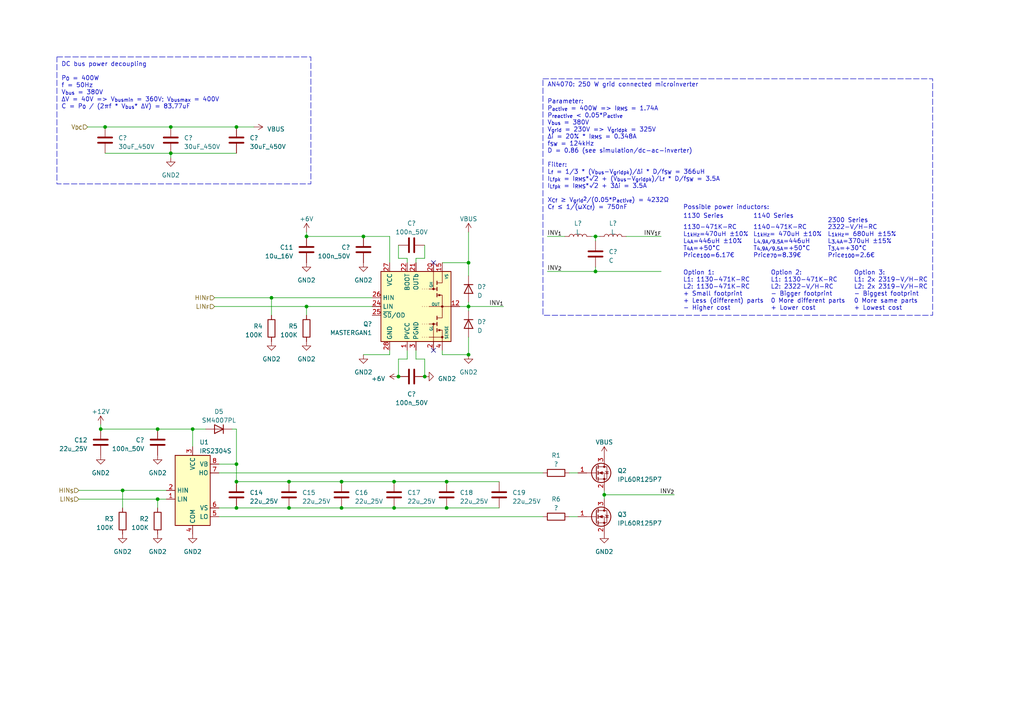
<source format=kicad_sch>
(kicad_sch (version 20230121) (generator eeschema)
  (paper "A4")
  (lib_symbols
    (symbol "Device:C" (pin_numbers hide) (pin_names (offset 0.254))
      (property "Reference" "C" (at 0.635 2.54 0))
      (property "Value" "C" (at 0.635 -2.54 0))
      (symbol "C_0_1"
        (polyline (pts (xy -2.032 -0.762) (xy 2.032 -0.762)) (stroke (width 0.508)))
        (polyline (pts (xy -2.032 0.762) (xy 2.032 0.762)) (stroke (width 0.508)))
      )
      (symbol "C_1_1"
        (pin passive line (at 0 3.81 270) (length 2.794) (name "~") (number "1"))
        (pin passive line (at 0 -3.81 90) (length 2.794) (name "~") (number "2"))
      )
    )
    (symbol "Device:D" (pin_numbers hide) (pin_names (offset 1.016) hide)
      (property "Reference" "D" (at 0 2.54 0))
      (property "Value" "D" (at 0 -2.54 0))
      (symbol "D_0_1"
        (polyline (pts (xy -1.27 1.27) (xy -1.27 -1.27)) (stroke (width 0.254)))
        (polyline (pts (xy 1.27 0) (xy -1.27 0)))
        (polyline (pts (xy 1.27 1.27) (xy 1.27 -1.27) (xy -1.27 0) (xy 1.27 1.27)) (stroke (width 0.254)))
      )
      (symbol "D_1_1"
        (pin passive line (at -3.81 0 0) (length 2.54) (name "K") (number "1"))
        (pin passive line (at 3.81 0 180) (length 2.54) (name "A") (number "2"))
      )
    )
    (symbol "Device:L" (pin_numbers hide) (pin_names (offset 1.016) hide)
      (property "Reference" "L" (at -1.27 0 90))
      (property "Value" "L" (at 1.905 0 90))
      (symbol "L_0_1"
        (arc (start 0 -2.54) (mid 0.6323 -1.905) (end 0 -1.27))
        (arc (start 0 -1.27) (mid 0.6323 -0.635) (end 0 0))
        (arc (start 0 0) (mid 0.6323 0.635) (end 0 1.27))
        (arc (start 0 1.27) (mid 0.6323 1.905) (end 0 2.54))
      )
      (symbol "L_1_1"
        (pin passive line (at 0 3.81 270) (length 1.27) (name "1") (number "1"))
        (pin passive line (at 0 -3.81 90) (length 1.27) (name "2") (number "2"))
      )
    )
    (symbol "_C_0603:100n_50V" (pin_numbers hide) (pin_names (offset 0.254))
      (property "Reference" "C" (at 0.635 2.54 0))
      (property "Value" "100n_50V" (at 0.635 -2.54 0))
      (symbol "100n_50V_0_1"
        (polyline (pts (xy -2.032 -0.762) (xy 2.032 -0.762)) (stroke (width 0.508)))
        (polyline (pts (xy -2.032 0.762) (xy 2.032 0.762)) (stroke (width 0.508)))
      )
      (symbol "100n_50V_1_1"
        (pin passive line (at 0 3.81 270) (length 2.794) (name "~") (number "1"))
        (pin passive line (at 0 -3.81 90) (length 2.794) (name "~") (number "2"))
      )
    )
    (symbol "_C_0805:10u_16V" (pin_numbers hide) (pin_names (offset 0.254))
      (property "Reference" "C" (at 0.635 2.54 0))
      (property "Value" "10u_16V" (at 0.635 -2.54 0))
      (symbol "10u_16V_0_1"
        (polyline (pts (xy -2.032 -0.762) (xy 2.032 -0.762)) (stroke (width 0.508)))
        (polyline (pts (xy -2.032 0.762) (xy 2.032 0.762)) (stroke (width 0.508)))
      )
      (symbol "10u_16V_1_1"
        (pin passive line (at 0 3.81 270) (length 2.794) (name "~") (number "1"))
        (pin passive line (at 0 -3.81 90) (length 2.794) (name "~") (number "2"))
      )
    )
    (symbol "_C_0805:22u_25V" (pin_numbers hide) (pin_names (offset 0.254))
      (property "Reference" "C" (at 0.635 2.54 0))
      (property "Value" "22u_25V" (at 0.635 -2.54 0))
      (symbol "22u_25V_0_1"
        (polyline (pts (xy -2.032 -0.762) (xy 2.032 -0.762)) (stroke (width 0.508)))
        (polyline (pts (xy -2.032 0.762) (xy 2.032 0.762)) (stroke (width 0.508)))
      )
      (symbol "22u_25V_1_1"
        (pin passive line (at 0 3.81 270) (length 2.794) (name "~") (number "1"))
        (pin passive line (at 0 -3.81 90) (length 2.794) (name "~") (number "2"))
      )
    )
    (symbol "_C_Film:30uF_450V" (pin_numbers hide) (pin_names (offset 0.254))
      (property "Reference" "C" (at 0.635 2.54 0))
      (property "Value" "30uF_450V" (at 0.635 -2.54 0))
      (symbol "30uF_450V_0_1"
        (polyline (pts (xy -2.032 -0.762) (xy 2.032 -0.762)) (stroke (width 0.508)))
        (polyline (pts (xy -2.032 0.762) (xy 2.032 0.762)) (stroke (width 0.508)))
      )
      (symbol "30uF_450V_1_1"
        (pin passive line (at 0 3.81 270) (length 2.794) (name "~") (number "1"))
        (pin passive line (at 0 -3.81 90) (length 2.794) (name "~") (number "2"))
      )
    )
    (symbol "_Diode:SM4007PL" (pin_numbers hide) (pin_names (offset 1.016) hide)
      (property "Reference" "D" (at 0 2.54 0))
      (property "Value" "SM4007PL" (at 0 -2.54 0))
      (symbol "SM4007PL_0_1"
        (polyline (pts (xy -1.27 1.27) (xy -1.27 -1.27)) (stroke (width 0.254)))
        (polyline (pts (xy 1.27 0) (xy -1.27 0)))
        (polyline (pts (xy 1.27 1.27) (xy 1.27 -1.27) (xy -1.27 0) (xy 1.27 1.27)) (stroke (width 0.254)))
      )
      (symbol "SM4007PL_1_1"
        (pin passive line (at -3.81 0 0) (length 2.54) (name "K") (number "1"))
        (pin passive line (at 3.81 0 180) (length 2.54) (name "A") (number "2"))
      )
    )
    (symbol "_Driver_FET:IRS2304S"
      (property "Reference" "U" (at 1.27 13.335 0))
      (property "Value" "IRS2304S" (at 1.27 11.43 0))
      (symbol "IRS2304S_0_1"
        (rectangle (start -5.08 -10.16) (end 5.08 10.16) (stroke (width 0.254)) (fill (type background)))
      )
      (symbol "IRS2304S_1_1"
        (pin input line (at -7.62 -2.54 0) (length 2.54) (name "LIN") (number "1"))
        (pin input line (at -7.62 0 0) (length 2.54) (name "HIN") (number "2"))
        (pin power_in line (at 0 12.7 270) (length 2.54) (name "VCC") (number "3"))
        (pin power_in line (at 0 -12.7 90) (length 2.54) (name "COM") (number "4"))
        (pin output line (at 7.62 -7.62 180) (length 2.54) (name "LO") (number "5"))
        (pin passive line (at 7.62 -5.08 180) (length 2.54) (name "VS") (number "6"))
        (pin output line (at 7.62 5.08 180) (length 2.54) (name "HO") (number "7"))
        (pin passive line (at 7.62 7.62 180) (length 2.54) (name "VB") (number "8"))
      )
    )
    (symbol "_R_0603:100K" (pin_numbers hide) (pin_names (offset 0))
      (property "Reference" "R" (at 2.032 0 90))
      (property "Value" "100K" (at 0 0 90))
      (symbol "100K_0_1"
        (rectangle (start -1.016 -2.54) (end 1.016 2.54) (stroke (width 0.254)))
      )
      (symbol "100K_1_1"
        (pin passive line (at 0 3.81 270) (length 1.27) (name "~") (number "1"))
        (pin passive line (at 0 -3.81 90) (length 1.27) (name "~") (number "2"))
      )
    )
    (symbol "_R_0603:?" (pin_numbers hide) (pin_names (offset 0))
      (property "Reference" "R" (at 2.032 0 90))
      (property "Value" "?" (at 0 0 90))
      (symbol "?_0_1"
        (rectangle (start -1.016 -2.54) (end 1.016 2.54) (stroke (width 0.254)))
      )
      (symbol "?_1_1"
        (pin passive line (at 0 3.81 270) (length 1.27) (name "~") (number "1"))
        (pin passive line (at 0 -3.81 90) (length 1.27) (name "~") (number "2"))
      )
    )
    (symbol "_Transistor_FET:IPL60R125P7" (pin_names (offset 0) hide)
      (property "Reference" "Q" (at 5.08 1.27 0))
      (property "Value" "IPL60R125P7" (at 5.08 -1.27 0))
      (symbol "IPL60R125P7_0_1"
        (polyline (pts (xy 0.254 0) (xy -2.54 0)))
        (polyline (pts (xy 0.254 1.905) (xy 0.254 -1.905)) (stroke (width 0.254)))
        (polyline (pts (xy 0.762 -1.27) (xy 0.762 -2.286)) (stroke (width 0.254)))
        (polyline (pts (xy 0.762 0.508) (xy 0.762 -0.508)) (stroke (width 0.254)))
        (polyline (pts (xy 0.762 2.286) (xy 0.762 1.27)) (stroke (width 0.254)))
        (polyline (pts (xy 2.54 2.54) (xy 2.54 1.778)))
        (polyline (pts (xy 2.54 -2.54) (xy 2.54 0) (xy 0.762 0)))
        (polyline (pts (xy 0.762 -1.778) (xy 3.302 -1.778) (xy 3.302 1.778) (xy 0.762 1.778)))
        (polyline (pts (xy 1.016 0) (xy 2.032 0.381) (xy 2.032 -0.381) (xy 1.016 0)) (fill (type outline)))
        (polyline (pts (xy 2.794 0.508) (xy 2.921 0.381) (xy 3.683 0.381) (xy 3.81 0.254)))
        (polyline (pts (xy 3.302 0.381) (xy 2.921 -0.254) (xy 3.683 -0.254) (xy 3.302 0.381)))
        (circle (center 1.651 0) (radius 2.794) (stroke (width 0.254)))
        (circle (center 2.54 -1.778) (radius 0.254) (fill (type outline)))
        (circle (center 2.54 1.778) (radius 0.254) (fill (type outline)))
      )
      (symbol "IPL60R125P7_1_1"
        (pin input line (at -5.08 0 0) (length 2.54) (name "G") (number "1"))
        (pin passive line (at 2.54 -5.08 90) (length 2.54) (name "S") (number "2"))
        (pin passive line (at 2.54 5.08 270) (length 2.54) (name "D") (number "3"))
      )
    )
    (symbol "_Transistor_FET:MASTERGAN1"
      (property "Reference" "Q" (at -12.7 -5.08 0))
      (property "Value" "MASTERGAN1" (at -12.7 -7.62 0))
      (symbol "MASTERGAN1_0_1"
        (rectangle (start -10.16 10.16) (end 10.16 -10.16) (stroke (width 0.254)) (fill (type background)))
        (polyline (pts (xy 3.81 -5.08) (xy 6.096 -5.08)))
        (polyline (pts (xy 3.81 5.08) (xy 6.096 5.08)))
        (polyline (pts (xy 6.096 -6.35) (xy 6.096 -7.366)) (stroke (width 0.254)))
        (polyline (pts (xy 6.096 -4.572) (xy 6.096 -5.588)) (stroke (width 0.254)))
        (polyline (pts (xy 6.096 -2.794) (xy 6.096 -3.81)) (stroke (width 0.254)))
        (polyline (pts (xy 6.096 3.81) (xy 6.096 2.794)) (stroke (width 0.254)))
        (polyline (pts (xy 6.096 5.588) (xy 6.096 4.572)) (stroke (width 0.254)))
        (polyline (pts (xy 6.096 7.366) (xy 6.096 6.35)) (stroke (width 0.254)))
        (polyline (pts (xy 6.223 -6.858) (xy 7.62 -6.858)))
        (polyline (pts (xy 7.62 -8.89) (xy 3.81 -8.89)))
        (polyline (pts (xy 7.62 0) (xy 3.81 0)))
        (polyline (pts (xy 10.16 0) (xy 7.62 0)))
        (polyline (pts (xy 6.096 6.858) (xy 7.62 6.858) (xy 7.62 10.16)))
        (polyline (pts (xy 6.096 3.302) (xy 7.62 3.302) (xy 7.62 -3.302) (xy 6.096 -3.302)))
        (polyline (pts (xy 7.239 -6.858) (xy 6.604 -7.112) (xy 6.604 -6.604) (xy 7.239 -6.858)) (fill (type outline)))
        (polyline (pts (xy 7.239 3.302) (xy 6.604 3.048) (xy 6.604 3.556) (xy 7.239 3.302)) (fill (type outline)))
        (circle (center 5.08 -5.08) (radius 0.2794) (fill (type outline)))
        (circle (center 5.08 5.08) (radius 0.2794) (fill (type outline)))
        (circle (center 7.62 -8.89) (radius 0.2794) (fill (type outline)))
        (circle (center 7.62 0) (radius 0.2794) (fill (type outline)))
      )
      (symbol "MASTERGAN1_1_1"
        (polyline (pts (xy 3.81 -8.89) (xy 1.27 -8.89)) (stroke (width 0) (type dot)))
        (polyline (pts (xy 3.81 -5.08) (xy 1.27 -5.08)) (stroke (width 0) (type dot)))
        (polyline (pts (xy 3.81 0) (xy 1.27 0)) (stroke (width 0) (type dot)))
        (polyline (pts (xy 3.81 5.08) (xy 1.27 5.08)) (stroke (width 0) (type dot)))
        (polyline (pts (xy 5.08 -5.08) (xy 5.08 -10.16)))
        (polyline (pts (xy 5.08 10.16) (xy 5.08 5.08)))
        (polyline (pts (xy 7.62 -10.16) (xy 7.62 -6.858)))
        (text "GH" (at 4.445 6.35 900) (effects (font (size 0.8 0.8))))
        (text "GL" (at 4.445 -6.35 900) (effects (font (size 0.8 0.8))))
        (text "OUT" (at 5.715 0.635 0) (effects (font (size 0.8 0.8))))
        (text "SENSE" (at 8.89 -9.525 900) (effects (font (size 0.8 0.8)) (justify left)))
        (text "VS" (at 8.89 9.525 900) (effects (font (size 0.8 0.8)) (justify right)))
        (pin power_in line (at -2.54 -12.7 90) (length 2.54) (name "PVCC") (number "1"))
        (pin passive line (at 7.62 -12.7 90) (length 2.54) hide (name "SENSE") (number "10"))
        (pin passive line (at 7.62 -12.7 90) (length 2.54) hide (name "SENSE") (number "11"))
        (pin passive line (at 12.7 0 180) (length 2.54) (name "~") (number "12"))
        (pin passive line (at 12.7 0 180) (length 2.54) hide (name "OUT") (number "13"))
        (pin passive line (at 12.7 0 180) (length 2.54) hide (name "OUT") (number "14"))
        (pin passive line (at 7.62 12.7 270) (length 2.54) (name "~") (number "15"))
        (pin passive line (at 7.62 12.7 270) (length 2.54) hide (name "VS") (number "16"))
        (pin passive line (at 7.62 12.7 270) (length 2.54) hide (name "VS") (number "17"))
        (pin passive line (at 7.62 12.7 270) (length 2.54) hide (name "VS") (number "18"))
        (pin passive line (at 7.62 12.7 270) (length 2.54) hide (name "VS") (number "19"))
        (pin output line (at 5.08 -12.7 90) (length 2.54) (name "~") (number "2"))
        (pin output line (at 5.08 12.7 270) (length 2.54) (name "~") (number "20"))
        (pin power_in line (at 0 12.7 270) (length 2.54) (name "OUTb") (number "21"))
        (pin power_out line (at -2.54 12.7 270) (length 2.54) (name "BOOT") (number "22"))
        (pin no_connect line (at -10.16 7.62 0) (length 2.54) hide (name "NC") (number "23"))
        (pin input line (at -12.7 0 0) (length 2.54) (name "LIN") (number "24"))
        (pin bidirectional line (at -12.7 -2.54 0) (length 2.54) (name "~{SD}/OD") (number "25"))
        (pin input line (at -12.7 2.54 0) (length 2.54) (name "HIN") (number "26"))
        (pin power_in line (at -7.62 12.7 270) (length 2.54) (name "VCC") (number "27"))
        (pin power_in line (at -7.62 -12.7 90) (length 2.54) (name "GND") (number "28"))
        (pin no_connect line (at -10.16 5.08 0) (length 2.54) hide (name "NC") (number "29"))
        (pin power_in line (at 0 -12.7 90) (length 2.54) (name "PGND") (number "3"))
        (pin no_connect line (at -10.16 -5.08 0) (length 2.54) hide (name "NC") (number "30"))
        (pin no_connect line (at -10.16 -7.62 0) (length 2.54) hide (name "NC") (number "31"))
        (pin passive line (at 7.62 -12.7 90) (length 2.54) (name "~") (number "4"))
        (pin passive line (at 7.62 -12.7 90) (length 2.54) hide (name "SENSE") (number "5"))
        (pin passive line (at 7.62 -12.7 90) (length 2.54) hide (name "SENSE") (number "6"))
        (pin passive line (at 7.62 -12.7 90) (length 2.54) hide (name "SENSE") (number "7"))
        (pin passive line (at 7.62 -12.7 90) (length 2.54) hide (name "SENSE") (number "8"))
        (pin passive line (at 7.62 -12.7 90) (length 2.54) hide (name "SENSE") (number "9"))
        (pin power_in line (at -7.62 -12.7 90) (length 2.54) hide (name "GND") (number "EP1"))
        (pin passive line (at 7.62 -12.7 90) (length 2.54) hide (name "SENSE") (number "EP2"))
        (pin passive line (at 12.7 0 180) (length 2.54) hide (name "OUT") (number "EP3"))
      )
    )
    (symbol "power:+12V" (power) (pin_names (offset 0))
      (property "Value" "+12V" (at 0 3.556 0))
      (symbol "+12V_0_1"
        (polyline (pts (xy -0.762 1.27) (xy 0 2.54)))
        (polyline (pts (xy 0 0) (xy 0 2.54)))
        (polyline (pts (xy 0 2.54) (xy 0.762 1.27)))
      )
      (symbol "+12V_1_1"
        (pin power_in line (at 0 0 90) (length 0) hide (name "+12V") (number "1"))
      )
    )
    (symbol "power:+6V" (power) (pin_names (offset 0))
      (property "Value" "+6V" (at 0 3.556 0))
      (symbol "+6V_0_1"
        (polyline (pts (xy -0.762 1.27) (xy 0 2.54)))
        (polyline (pts (xy 0 0) (xy 0 2.54)))
        (polyline (pts (xy 0 2.54) (xy 0.762 1.27)))
      )
      (symbol "+6V_1_1"
        (pin power_in line (at 0 0 90) (length 0) hide (name "+6V") (number "1"))
      )
    )
    (symbol "power:GND2" (power) (pin_names (offset 0))
      (property "Value" "GND2" (at 0 -3.81 0))
      (symbol "GND2_0_1"
        (polyline (pts (xy 0 0) (xy 0 -1.27) (xy 1.27 -1.27) (xy 0 -2.54) (xy -1.27 -1.27) (xy 0 -1.27)))
      )
      (symbol "GND2_1_1"
        (pin power_in line (at 0 0 270) (length 0) hide (name "GND2") (number "1"))
      )
    )
    (symbol "power:VBUS" (power) (pin_names (offset 0))
      (property "Value" "VBUS" (at 0 3.81 0))
      (symbol "VBUS_0_1"
        (polyline (pts (xy -0.762 1.27) (xy 0 2.54)))
        (polyline (pts (xy 0 0) (xy 0 2.54)))
        (polyline (pts (xy 0 2.54) (xy 0.762 1.27)))
      )
      (symbol "VBUS_1_1"
        (pin power_in line (at 0 0 90) (length 0) hide (name "VBUS") (number "1"))
      )
    )
  )
  (junction (at 45.72 144.78))
  (junction (at 129.54 139.7))
  (junction (at 83.82 147.32))
  (junction (at 30.48 36.83))
  (junction (at 99.06 139.7))
  (junction (at 135.89 76.2))
  (junction (at 114.3 139.7))
  (junction (at 45.72 124.46))
  (junction (at 105.41 68.58))
  (junction (at 49.53 44.45))
  (junction (at 115.57 109.22))
  (junction (at 35.56 142.24))
  (junction (at 129.54 147.32))
  (junction (at 68.58 134.62))
  (junction (at 68.58 36.83))
  (junction (at 123.19 109.22))
  (junction (at 172.72 78.74))
  (junction (at 49.53 36.83))
  (junction (at 114.3 147.32))
  (junction (at 68.58 139.7))
  (junction (at 68.58 147.32))
  (junction (at 99.06 147.32))
  (junction (at 88.9 68.58))
  (junction (at 29.21 124.46))
  (junction (at 172.72 68.58))
  (junction (at 83.82 139.7))
  (junction (at 78.74 86.36))
  (junction (at 88.9 88.9))
  (junction (at 175.26 143.51))
  (junction (at 135.89 102.87))
  (junction (at 135.89 88.9))
  (junction (at 55.88 124.46))
  (no_connect (at 125.73 101.6))
  (no_connect (at 125.73 76.2))
  (wire (pts (xy 129.54 139.7) (xy 144.78 139.7)))
  (wire (pts (xy 62.23 88.9) (xy 88.9 88.9)))
  (wire (pts (xy 105.41 102.87) (xy 113.03 102.87)))
  (wire (pts (xy 88.9 68.58) (xy 105.41 68.58)))
  (wire (pts (xy 68.58 134.62) (xy 68.58 139.7)))
  (wire (pts (xy 115.57 104.14) (xy 115.57 109.22)))
  (wire (pts (xy 158.75 78.74) (xy 172.72 78.74)))
  (wire (pts (xy 135.89 76.2) (xy 128.27 76.2)))
  (wire (pts (xy 78.74 86.36) (xy 107.95 86.36)))
  (wire (pts (xy 83.82 147.32) (xy 99.06 147.32)))
  (wire (pts (xy 114.3 139.7) (xy 129.54 139.7)))
  (wire (pts (xy 62.23 86.36) (xy 78.74 86.36)))
  (wire (pts (xy 88.9 88.9) (xy 107.95 88.9)))
  (wire (pts (xy 35.56 142.24) (xy 48.26 142.24)))
  (wire (pts (xy 171.45 68.58) (xy 172.72 68.58)))
  (wire (pts (xy 120.65 104.14) (xy 123.19 104.14)))
  (wire (pts (xy 172.72 78.74) (xy 191.77 78.74)))
  (wire (pts (xy 30.48 36.83) (xy 49.53 36.83)))
  (wire (pts (xy 22.86 144.78) (xy 45.72 144.78)))
  (wire (pts (xy 45.72 144.78) (xy 48.26 144.78)))
  (wire (pts (xy 67.31 124.46) (xy 68.58 124.46)))
  (wire (pts (xy 118.11 74.93) (xy 115.57 74.93)))
  (wire (pts (xy 120.65 101.6) (xy 120.65 104.14)))
  (wire (pts (xy 78.74 86.36) (xy 78.74 91.44)))
  (wire (pts (xy 120.65 74.93) (xy 120.65 76.2)))
  (wire (pts (xy 49.53 36.83) (xy 68.58 36.83)))
  (wire (pts (xy 30.48 44.45) (xy 49.53 44.45)))
  (wire (pts (xy 22.86 142.24) (xy 35.56 142.24)))
  (wire (pts (xy 135.89 88.9) (xy 135.89 90.17)))
  (wire (pts (xy 165.1 149.86) (xy 167.64 149.86)))
  (wire (pts (xy 55.88 124.46) (xy 59.69 124.46)))
  (wire (pts (xy 115.57 71.12) (xy 115.57 74.93)))
  (wire (pts (xy 175.26 144.78) (xy 175.26 143.51)))
  (wire (pts (xy 68.58 139.7) (xy 83.82 139.7)))
  (wire (pts (xy 128.27 102.87) (xy 128.27 101.6)))
  (wire (pts (xy 129.54 147.32) (xy 144.78 147.32)))
  (wire (pts (xy 172.72 68.58) (xy 172.72 69.85)))
  (wire (pts (xy 123.19 71.12) (xy 123.19 74.93)))
  (wire (pts (xy 165.1 137.16) (xy 167.64 137.16)))
  (wire (pts (xy 68.58 124.46) (xy 68.58 134.62)))
  (wire (pts (xy 113.03 68.58) (xy 113.03 76.2)))
  (wire (pts (xy 88.9 88.9) (xy 88.9 91.44)))
  (wire (pts (xy 172.72 68.58) (xy 173.99 68.58)))
  (wire (pts (xy 158.75 68.58) (xy 163.83 68.58)))
  (wire (pts (xy 29.21 123.19) (xy 29.21 124.46)))
  (wire (pts (xy 68.58 36.83) (xy 73.66 36.83)))
  (wire (pts (xy 35.56 142.24) (xy 35.56 147.32)))
  (wire (pts (xy 135.89 97.79) (xy 135.89 102.87)))
  (wire (pts (xy 118.11 104.14) (xy 115.57 104.14)))
  (wire (pts (xy 135.89 102.87) (xy 128.27 102.87)))
  (wire (pts (xy 63.5 137.16) (xy 157.48 137.16)))
  (wire (pts (xy 172.72 77.47) (xy 172.72 78.74)))
  (wire (pts (xy 55.88 124.46) (xy 55.88 129.54)))
  (wire (pts (xy 49.53 45.72) (xy 49.53 44.45)))
  (wire (pts (xy 63.5 147.32) (xy 68.58 147.32)))
  (wire (pts (xy 123.19 104.14) (xy 123.19 109.22)))
  (wire (pts (xy 45.72 144.78) (xy 45.72 147.32)))
  (wire (pts (xy 118.11 101.6) (xy 118.11 104.14)))
  (wire (pts (xy 135.89 67.31) (xy 135.89 76.2)))
  (wire (pts (xy 29.21 124.46) (xy 45.72 124.46)))
  (wire (pts (xy 99.06 147.32) (xy 114.3 147.32)))
  (wire (pts (xy 135.89 87.63) (xy 135.89 88.9)))
  (wire (pts (xy 195.58 143.51) (xy 175.26 143.51)))
  (wire (pts (xy 118.11 76.2) (xy 118.11 74.93)))
  (wire (pts (xy 68.58 147.32) (xy 83.82 147.32)))
  (wire (pts (xy 63.5 134.62) (xy 68.58 134.62)))
  (wire (pts (xy 105.41 68.58) (xy 113.03 68.58)))
  (wire (pts (xy 113.03 102.87) (xy 113.03 101.6)))
  (wire (pts (xy 133.35 88.9) (xy 135.89 88.9)))
  (wire (pts (xy 135.89 88.9) (xy 146.05 88.9)))
  (wire (pts (xy 175.26 143.51) (xy 175.26 142.24)))
  (wire (pts (xy 63.5 149.86) (xy 157.48 149.86)))
  (wire (pts (xy 83.82 139.7) (xy 99.06 139.7)))
  (wire (pts (xy 88.9 67.31) (xy 88.9 68.58)))
  (wire (pts (xy 25.4 36.83) (xy 30.48 36.83)))
  (wire (pts (xy 99.06 139.7) (xy 114.3 139.7)))
  (wire (pts (xy 55.88 124.46) (xy 45.72 124.46)))
  (wire (pts (xy 49.53 44.45) (xy 68.58 44.45)))
  (wire (pts (xy 123.19 74.93) (xy 120.65 74.93)))
  (wire (pts (xy 181.61 68.58) (xy 191.77 68.58)))
  (wire (pts (xy 114.3 147.32) (xy 129.54 147.32)))
  (wire (pts (xy 135.89 76.2) (xy 135.89 80.01)))
  (rectangle (start 16.51 16.51) (end 90.17 53.34) (stroke (width 0) (type dash)))
  (rectangle (start 157.48 22.86) (end 270.51 91.44) (stroke (width 0) (type dash)))
  (text "1130-471K-RC \nL_{1kHz}=470uH ±10%\nL_{4A}=446uH ±10%\nT_{4A}=+50°C\nPrice_{100}=6.17€" (at 198.12 74.93 0) (effects (font (size 1.27 1.27)) (justify left bottom)))
  (text "Parameter:\nP_{active} = 400W => I_{RMS} = 1.74A\nP_{reactive} < 0.05*P_{active}\nV_{bus} = 380V\nV_{grid} = 230V => V_{grid_{pk}} = 325V\nΔi = 20% * I_{RMS} = 0.348A\nf_{SW} = 124kHz\nD = 0.86 (see simulation/dc-ac-inverter)\n\nFilter:\nL_{f} = 1/3 * (V_{bus}-V_{grid_{pk}})/Δi * D/f_{SW} = 366uH\nI_{L_{f_{pk}}} = I_{RMS}*√2 + (V_{bus}-V_{grid_{pk}})/L_{f} * D/f_{SW} = 3.5A\nI_{L_{f_{pk}}} = I_{RMS}*√2 + 3Δi = 3.5A\n\nX_{C_{f}} ≥ V_{grid}^{2}/(0.05*P_{active}) = 4232Ω\nC_{f} ≤ 1/(ωX_{C_{f}}) = 750nF" (at 158.75 60.96 0) (effects (font (size 1.27 1.27)) (justify left bottom)))
  (text "1140 Series" (at 218.44 63.5 0) (effects (font (size 1.27 1.27)) (justify left bottom)))
  (text "Option 2:\nL1: 1130-471K-RC\nL2: 2322-V/H-RC\n- Bigger footprint\n0 More different parts\n+ Lower cost" (at 223.52 90.17 0) (effects (font (size 1.27 1.27)) (justify left bottom)))
  (text "1130 Series" (at 198.12 63.5 0) (effects (font (size 1.27 1.27)) (justify left bottom)))
  (text "DC bus power decoupling\n\nP_{0} = 400W\nf = 50Hz\nV_{bus} = 380V\nΔV = 40V => V_{bus_{min}} = 360V; V_{bus_{max}} = 400V\nC = P_{0} / (2πf * V_{bus}* ΔV) = 83.77uF" (at 17.78 31.75 0) (effects (font (size 1.27 1.27)) (justify left bottom)))
  (text "2300 Series" (at 240.03 64.77 0) (effects (font (size 1.27 1.27)) (justify left bottom)))
  (text "1140-471K-RC\nL_{1kHz}= 470uH ±10% \nL_{4.9A/9.5A}=446uH\nT_{4.9A/9.5A}=+50°C\nPrice_{70}=8.39€" (at 218.44 74.93 0) (effects (font (size 1.27 1.27)) (justify left bottom)))
  (text "Possible power inductors:" (at 198.12 60.96 0) (effects (font (size 1.27 1.27)) (justify left bottom)))
  (text "Option 3:\nL1: 2x 2319-V/H-RC\nL2: 2x 2319-V/H-RC\n- Biggest footprint\n0 More same parts\n+ Lowest cost" (at 247.65 90.17 0) (effects (font (size 1.27 1.27)) (justify left bottom)))
  (text "Option 1:\nL1: 1130-471K-RC\nL2: 1130-471K-RC\n+ Small footprint\n+ Less (different) parts\n- Higher cost" (at 198.12 90.17 0) (effects (font (size 1.27 1.27)) (justify left bottom)))
  (text "2322-V/H-RC\nL_{1kHz}= 680uH ±15% \nL_{3.4A}=370uH ±15% \nT_{3.4}=+30°C\nPrice_{100}=2.6€" (at 240.03 74.93 0) (effects (font (size 1.27 1.27)) (justify left bottom)))
  (text "AN4070: 250 W grid connected microinverter" (at 158.75 25.4 0) (effects (font (size 1.27 1.27)) (justify left bottom)))
  (label "INV_{1F}" (at 191.77 68.58 180))
  (label "INV_{1}" (at 158.75 68.58 0))
  (label "INV_{2}" (at 195.58 143.51 180))
  (label "INV_{1}" (at 146.05 88.9 180))
  (label "INV_{2}" (at 158.75 78.74 0))
  (hierarchical_label "HIN_{F}" (shape input) (at 62.23 86.36 180))
  (hierarchical_label "LIN_{S}" (shape input) (at 22.86 144.78 180))
  (hierarchical_label "V_{DC}" (shape input) (at 25.4 36.83 180))
  (hierarchical_label "LIN_{F}" (shape input) (at 62.23 88.9 180))
  (hierarchical_label "HIN_{S}" (shape input) (at 22.86 142.24 180))
  (symbol (lib_id "_Transistor_FET:IPL60R125P7") (at 172.72 149.86 0) (unit 1)
    (property "Reference" "Q3" (at 179.07 149.225 0) (effects (justify left)))
    (property "Value" "IPL60R125P7" (at 179.07 151.765 0) (effects (justify left)))
    (property "Footprint" "Package_TO_SOT_SMD:PQFN_8x8" (effects hide))
    (property "Datasheet" "https://www.infineon.com/dgdl/Infineon-IPL60R125P7-DS-v02_01-EN.pdf?fileId=5546d4625ee5d4cd015eebed2c195b42" (effects hide))
    (property "MF" "Infineon Technologies" (effects hide))
    (property "MPN" "IPL60R125P7AUMA1" (effects hide))
    (property "OC_MOUSER" " 726-IPL60R125P7AUMA1" (effects hide))
  )
  (symbol (lib_id "_R_0603:100K") (at 35.56 151.13 0) (mirror y) (unit 1)
    (property "Reference" "R3" (at 33.02 150.495 0) (effects (justify left)))
    (property "Value" "100K" (at 33.02 153.035 0) (effects (justify left)))
    (property "Footprint" "Resistor_SMD:R_0603_1608Metric" (effects hide))
    (property "OC_MOUSER" "603-AC0603FR-07100KL" (effects hide))
  )
  (symbol (lib_id "_R_0603:100K") (at 45.72 151.13 0) (mirror y) (unit 1)
    (property "Reference" "R2" (at 43.18 150.495 0) (effects (justify left)))
    (property "Value" "100K" (at 43.18 153.035 0) (effects (justify left)))
    (property "Footprint" "Resistor_SMD:R_0603_1608Metric" (effects hide))
    (property "OC_MOUSER" "603-AC0603FR-07100KL" (effects hide))
  )
  (symbol (lib_id "_R_0603:100K") (at 88.9 95.25 0) (mirror y) (unit 1)
    (property "Reference" "R5" (at 86.36 94.615 0) (effects (justify left)))
    (property "Value" "100K" (at 86.36 97.155 0) (effects (justify left)))
    (property "Footprint" "Resistor_SMD:R_0603_1608Metric" (effects hide))
    (property "OC_MOUSER" "603-AC0603FR-07100KL" (effects hide))
  )
  (symbol (lib_id "power:+6V") (at 88.9 67.31 0) (unit 1)
    (property "Reference" "#PWR?" (effects hide))
    (property "Value" "+6V" (at 88.9 63.5 0))
    (instances (project "OpenMI" (path "" (reference "#PWR?") (unit 1)) (path "" (reference "#PWR05") (unit 1))))
  )
  (symbol (lib_id "_C_Film:30uF_450V") (at 68.58 40.64 0) (unit 1)
    (property "Reference" "C?" (at 72.39 40.005 0) (effects (justify left)))
    (property "Value" "30uF_450V" (at 72.39 42.545 0) (effects (justify left)))
    (property "Footprint" "OpenCE:C_Rect_L43mm_W42mm_H25mm_P37.5mm_P20.3mm_KEMET" (effects hide))
    (property "Datasheet" "https://content.kemet.com/datasheets/KEM_F3114_C4AQ.pdf" (effects hide))
    (property "MF" "KEMET" (effects hide))
    (property "MPN" "C4AQCLW5300A38K" (effects hide))
    (property "OC_MOUSER" "80-C4AQCLW5300A38K" (effects hide))
    (instances (project "OpenMI" (path "" (reference "C?") (unit 1)) (path "" (reference "C3") (unit 1))))
  )
  (symbol (lib_id "power:GND2") (at 175.26 154.94 0) (unit 1)
    (property "Reference" "#PWR?" (effects hide))
    (property "Value" "GND2" (at 175.26 160.02 0))
    (instances (project "OpenMI" (path "" (reference "#PWR?") (unit 1)) (path "" (reference "#PWR09") (unit 1))))
  )
  (symbol (lib_id "_C_0805:22u_25V") (at 99.06 143.51 0) (unit 1)
    (property "Reference" "C16" (at 102.87 142.875 0) (effects (justify left)))
    (property "Value" "22u_25V" (at 102.87 145.415 0) (effects (justify left)))
    (property "Footprint" "Capacitor_SMD:C_0805_2012Metric" (effects hide))
    (property "OC_LCSC" "C45783" (effects hide))
  )
  (symbol (lib_id "Device:L") (at 167.64 68.58 90) (unit 1)
    (property "Reference" "L?" (at 167.64 64.77 90))
    (property "Value" "L" (at 167.64 67.31 90))
    (instances (project "OpenMI" (path "" (reference "L?") (unit 1)) (path "" (reference "L1") (unit 1))))
  )
  (symbol (lib_id "power:GND2") (at 55.88 154.94 0) (unit 1)
    (property "Reference" "#PWR?" (effects hide))
    (property "Value" "GND2" (at 55.88 160.02 0))
    (instances (project "OpenMI" (path "" (reference "#PWR?") (unit 1)) (path "" (reference "#PWR015") (unit 1))))
  )
  (symbol (lib_id "power:GND2") (at 135.89 102.87 0) (unit 1)
    (property "Reference" "#PWR?" (effects hide))
    (property "Value" "GND2" (at 135.89 107.95 0))
    (instances (project "OpenMI" (path "" (reference "#PWR?") (unit 1)) (path "" (reference "#PWR011") (unit 1))))
  )
  (symbol (lib_id "_C_Film:30uF_450V") (at 30.48 40.64 0) (unit 1)
    (property "Reference" "C?" (at 34.29 40.005 0) (effects (justify left)))
    (property "Value" "30uF_450V" (at 34.29 42.545 0) (effects (justify left)))
    (property "Footprint" "OpenCE:C_Rect_L43mm_W42mm_H25mm_P37.5mm_P20.3mm_KEMET" (effects hide))
    (property "Datasheet" "https://content.kemet.com/datasheets/KEM_F3114_C4AQ.pdf" (effects hide))
    (property "MF" "KEMET" (effects hide))
    (property "MPN" "C4AQCLW5300A38K" (effects hide))
    (property "OC_MOUSER" "80-C4AQCLW5300A38K" (effects hide))
    (instances (project "OpenMI" (path "" (reference "C?") (unit 1)) (path "" (reference "C1") (unit 1))))
  )
  (symbol (lib_id "power:GND2") (at 78.74 99.06 0) (unit 1)
    (property "Reference" "#PWR?" (effects hide))
    (property "Value" "GND2" (at 78.74 104.14 0))
    (instances (project "OpenMI" (path "" (reference "#PWR?") (unit 1)) (path "" (reference "#PWR018") (unit 1))))
  )
  (symbol (lib_id "power:GND2") (at 45.72 154.94 0) (unit 1)
    (property "Reference" "#PWR?" (effects hide))
    (property "Value" "GND2" (at 45.72 160.02 0))
    (instances (project "OpenMI" (path "" (reference "#PWR?") (unit 1)) (path "" (reference "#PWR016") (unit 1))))
  )
  (symbol (lib_id "power:GND2") (at 123.19 109.22 90) (unit 1)
    (property "Reference" "#PWR?" (effects hide))
    (property "Value" "GND2" (at 127 109.855 90) (effects (justify right)))
    (instances (project "OpenMI" (path "" (reference "#PWR?") (unit 1)) (path "" (reference "#PWR07") (unit 1))))
  )
  (symbol (lib_id "power:+6V") (at 115.57 109.22 90) (unit 1)
    (property "Reference" "#PWR?" (effects hide))
    (property "Value" "+6V" (at 111.76 109.855 90) (effects (justify left)))
    (instances (project "OpenMI" (path "" (reference "#PWR?") (unit 1)) (path "" (reference "#PWR06") (unit 1))))
  )
  (symbol (lib_id "power:GND2") (at 49.53 45.72 0) (unit 1)
    (property "Reference" "#PWR?" (effects hide))
    (property "Value" "GND2" (at 49.53 50.8 0))
    (instances (project "OpenMI" (path "" (reference "#PWR?") (unit 1)) (path "" (reference "#PWR02") (unit 1))))
  )
  (symbol (lib_id "_Transistor_FET:MASTERGAN1") (at 120.65 88.9 0) (unit 1)
    (property "Reference" "Q?" (at 107.95 93.98 0) (effects (justify right)))
    (property "Value" "MASTERGAN1" (at 107.95 96.52 0) (effects (justify right)))
    (property "Footprint" "OpenCE:ST_QFN-31-3EP_9x9mm_P0.6mm" (effects hide))
    (property "Datasheet" "https://www.st.com/resource/en/datasheet/mastergan1.pdf" (effects hide))
    (property "MF" "ST" (effects hide))
    (property "MPN" "MASTERGAN1" (effects hide))
    (property "OC_MOUSER" "511-MASTERGAN1" (effects hide))
    (instances (project "OpenMI" (path "" (reference "Q?") (unit 1)) (path "" (reference "Q1") (unit 1))))
  )
  (symbol (lib_id "power:GND2") (at 88.9 99.06 0) (unit 1)
    (property "Reference" "#PWR?" (effects hide))
    (property "Value" "GND2" (at 88.9 104.14 0))
    (instances (project "OpenMI" (path "" (reference "#PWR?") (unit 1)) (path "" (reference "#PWR019") (unit 1))))
  )
  (symbol (lib_id "_Transistor_FET:IPL60R125P7") (at 172.72 137.16 0) (unit 1)
    (property "Reference" "Q2" (at 179.07 136.525 0) (effects (justify left)))
    (property "Value" "IPL60R125P7" (at 179.07 139.065 0) (effects (justify left)))
    (property "Footprint" "Package_TO_SOT_SMD:PQFN_8x8" (effects hide))
    (property "Datasheet" "https://www.infineon.com/dgdl/Infineon-IPL60R125P7-DS-v02_01-EN.pdf?fileId=5546d4625ee5d4cd015eebed2c195b42" (effects hide))
    (property "MF" "Infineon Technologies" (effects hide))
    (property "MPN" "IPL60R125P7AUMA1" (effects hide))
    (property "OC_MOUSER" " 726-IPL60R125P7AUMA1" (effects hide))
  )
  (symbol (lib_id "power:VBUS") (at 135.89 67.31 0) (unit 1)
    (property "Reference" "#PWR?" (effects hide))
    (property "Value" "VBUS" (at 135.89 63.5 0))
    (instances (project "OpenMI" (path "" (reference "#PWR?") (unit 1)) (path "" (reference "#PWR010") (unit 1))))
  )
  (symbol (lib_id "_C_0805:22u_25V") (at 129.54 143.51 0) (unit 1)
    (property "Reference" "C18" (at 133.35 142.875 0) (effects (justify left)))
    (property "Value" "22u_25V" (at 133.35 145.415 0) (effects (justify left)))
    (property "Footprint" "Capacitor_SMD:C_0805_2012Metric" (effects hide))
    (property "OC_LCSC" "C45783" (effects hide))
  )
  (symbol (lib_id "power:VBUS") (at 175.26 132.08 0) (unit 1)
    (property "Reference" "#PWR?" (effects hide))
    (property "Value" "VBUS" (at 175.26 128.27 0))
    (instances (project "OpenMI" (path "" (reference "#PWR?") (unit 1)) (path "" (reference "#PWR08") (unit 1))))
  )
  (symbol (lib_id "Device:D") (at 135.89 83.82 270) (unit 1)
    (property "Reference" "D?" (at 138.43 83.185 90) (effects (justify left)))
    (property "Value" "D" (at 138.43 85.725 90) (effects (justify left)))
    (property "Sim.Device" "D" (effects hide))
    (property "Sim.Pins" "1=K 2=A" (effects hide))
    (instances (project "OpenMI" (path "" (reference "D?") (unit 1)) (path "" (reference "D1") (unit 1))))
  )
  (symbol (lib_id "_C_0805:22u_25V") (at 29.21 128.27 0) (mirror y) (unit 1)
    (property "Reference" "C12" (at 25.4 127.635 0) (effects (justify left)))
    (property "Value" "22u_25V" (at 25.4 130.175 0) (effects (justify left)))
    (property "Footprint" "Capacitor_SMD:C_0805_2012Metric" (effects hide))
    (property "OC_LCSC" "C45783" (effects hide))
  )
  (symbol (lib_id "power:GND2") (at 105.41 76.2 0) (unit 1)
    (property "Reference" "#PWR?" (effects hide))
    (property "Value" "GND2" (at 105.41 81.28 0))
    (instances (project "OpenMI" (path "" (reference "#PWR?") (unit 1)) (path "" (reference "#PWR03") (unit 1))))
  )
  (symbol (lib_id "power:GND2") (at 35.56 154.94 0) (unit 1)
    (property "Reference" "#PWR?" (effects hide))
    (property "Value" "GND2" (at 35.56 160.02 0))
    (instances (project "OpenMI" (path "" (reference "#PWR?") (unit 1)) (path "" (reference "#PWR017") (unit 1))))
  )
  (symbol (lib_id "_R_0603:?") (at 161.29 137.16 90) (unit 1)
    (property "Reference" "R1" (at 161.29 132.08 90))
    (property "Value" "?" (at 161.29 134.62 90))
    (property "Footprint" "Resistor_SMD:R_0603_1608Metric" (effects hide))
  )
  (symbol (lib_id "power:VBUS") (at 73.66 36.83 270) (unit 1)
    (property "Reference" "#PWR?" (effects hide))
    (property "Value" "VBUS" (at 77.47 37.465 90) (effects (justify left)))
    (instances (project "OpenMI" (path "" (reference "#PWR?") (unit 1)) (path "" (reference "#PWR01") (unit 1))))
  )
  (symbol (lib_id "Device:C") (at 172.72 73.66 0) (unit 1)
    (property "Reference" "C?" (at 176.53 73.025 0) (effects (justify left)))
    (property "Value" "C" (at 176.53 75.565 0) (effects (justify left)))
    (instances (project "OpenMI" (path "" (reference "C?") (unit 1)) (path "" (reference "C7") (unit 1))))
  )
  (symbol (lib_id "_C_Film:30uF_450V") (at 49.53 40.64 0) (unit 1)
    (property "Reference" "C?" (at 53.34 40.005 0) (effects (justify left)))
    (property "Value" "30uF_450V" (at 53.34 42.545 0) (effects (justify left)))
    (property "Footprint" "OpenCE:C_Rect_L43mm_W42mm_H25mm_P37.5mm_P20.3mm_KEMET" (effects hide))
    (property "Datasheet" "https://content.kemet.com/datasheets/KEM_F3114_C4AQ.pdf" (effects hide))
    (property "MF" "KEMET" (effects hide))
    (property "MPN" "C4AQCLW5300A38K" (effects hide))
    (property "OC_MOUSER" "80-C4AQCLW5300A38K" (effects hide))
    (instances (project "OpenMI" (path "" (reference "C?") (unit 1)) (path "" (reference "C2") (unit 1))))
  )
  (symbol (lib_id "_R_0603:?") (at 161.29 149.86 90) (unit 1)
    (property "Reference" "R6" (at 161.29 144.78 90))
    (property "Value" "?" (at 161.29 147.32 90))
    (property "Footprint" "Resistor_SMD:R_0603_1608Metric" (effects hide))
  )
  (symbol (lib_id "_C_0805:22u_25V") (at 68.58 143.51 0) (unit 1)
    (property "Reference" "C14" (at 72.39 142.875 0) (effects (justify left)))
    (property "Value" "22u_25V" (at 72.39 145.415 0) (effects (justify left)))
    (property "Footprint" "Capacitor_SMD:C_0805_2012Metric" (effects hide))
    (property "OC_LCSC" "C45783" (effects hide))
  )
  (symbol (lib_id "_C_0603:100n_50V") (at 119.38 71.12 90) (mirror x) (unit 1)
    (property "Reference" "C?" (at 119.38 64.77 90))
    (property "Value" "100n_50V" (at 119.38 67.31 90))
    (property "Footprint" "Capacitor_SMD:C_0603_1608Metric" (effects hide))
    (property "OC_MOUSER" "810-CGA3E2X7R1H104K" (effects hide))
    (instances (project "OpenMI" (path "" (reference "C?") (unit 1)) (path "" (reference "C5") (unit 1))))
  )
  (symbol (lib_id "_C_0805:22u_25V") (at 144.78 143.51 0) (unit 1)
    (property "Reference" "C19" (at 148.59 142.875 0) (effects (justify left)))
    (property "Value" "22u_25V" (at 148.59 145.415 0) (effects (justify left)))
    (property "Footprint" "Capacitor_SMD:C_0805_2012Metric" (effects hide))
    (property "OC_LCSC" "C45783" (effects hide))
  )
  (symbol (lib_id "Device:D") (at 135.89 93.98 270) (unit 1)
    (property "Reference" "D?" (at 138.43 93.345 90) (effects (justify left)))
    (property "Value" "D" (at 138.43 95.885 90) (effects (justify left)))
    (property "Sim.Device" "D" (effects hide))
    (property "Sim.Pins" "1=K 2=A" (effects hide))
    (instances (project "OpenMI" (path "" (reference "D?") (unit 1)) (path "" (reference "D2") (unit 1))))
  )
  (symbol (lib_id "Device:L") (at 177.8 68.58 90) (unit 1)
    (property "Reference" "L?" (at 177.8 64.77 90))
    (property "Value" "L" (at 177.8 67.31 90))
    (instances (project "OpenMI" (path "" (reference "L?") (unit 1)) (path "" (reference "L2") (unit 1))))
  )
  (symbol (lib_id "_Diode:SM4007PL") (at 63.5 124.46 180) (unit 1)
    (property "Reference" "D5" (at 63.5 119.38 0))
    (property "Value" "SM4007PL" (at 63.5 121.92 0))
    (property "Footprint" "Diode_SMD:D_SOD-123F" (effects hide))
    (property "Datasheet" "https://www.mccsemi.com/pdf/Products/SM4001PL-SM4007PL(SOD-123FL).pdf" (effects hide))
    (property "Sim.Device" "D" (effects hide))
    (property "Sim.Pins" "1=K 2=A" (effects hide))
    (property "MF" "MCC" (effects hide))
    (property "MPN" "SM4007PL" (effects hide))
    (property "OC_LCSC" "C64898" (effects hide))
    (property "OC_MOUSER" "833-SM4007PL-TP" (effects hide))
  )
  (symbol (lib_id "_C_0805:22u_25V") (at 114.3 143.51 0) (unit 1)
    (property "Reference" "C17" (at 118.11 142.875 0) (effects (justify left)))
    (property "Value" "22u_25V" (at 118.11 145.415 0) (effects (justify left)))
    (property "Footprint" "Capacitor_SMD:C_0805_2012Metric" (effects hide))
    (property "OC_LCSC" "C45783" (effects hide))
  )
  (symbol (lib_id "power:GND2") (at 88.9 76.2 0) (unit 1)
    (property "Reference" "#PWR?" (effects hide))
    (property "Value" "GND2" (at 88.9 81.28 0))
    (instances (project "OpenMI" (path "" (reference "#PWR?") (unit 1)) (path "" (reference "#PWR021") (unit 1))))
  )
  (symbol (lib_id "power:GND2") (at 29.21 132.08 0) (unit 1)
    (property "Reference" "#PWR?" (effects hide))
    (property "Value" "GND2" (at 29.21 137.16 0))
    (instances (project "OpenMI" (path "" (reference "#PWR?") (unit 1)) (path "" (reference "#PWR023") (unit 1))))
  )
  (symbol (lib_id "_C_0805:22u_25V") (at 83.82 143.51 0) (unit 1)
    (property "Reference" "C15" (at 87.63 142.875 0) (effects (justify left)))
    (property "Value" "22u_25V" (at 87.63 145.415 0) (effects (justify left)))
    (property "Footprint" "Capacitor_SMD:C_0805_2012Metric" (effects hide))
    (property "OC_LCSC" "C45783" (effects hide))
  )
  (symbol (lib_id "_C_0805:10u_16V") (at 88.9 72.39 0) (unit 1)
    (property "Reference" "C11" (at 85.09 71.755 0) (effects (justify right)))
    (property "Value" "10u_16V" (at 85.09 74.295 0) (effects (justify right)))
    (property "Footprint" "Capacitor_SMD:C_0805_2012Metric" (effects hide))
    (property "OC_MOUSER" "963-EMK212BJ106KG-T" (effects hide))
  )
  (symbol (lib_id "_R_0603:100K") (at 78.74 95.25 0) (mirror y) (unit 1)
    (property "Reference" "R4" (at 76.2 94.615 0) (effects (justify left)))
    (property "Value" "100K" (at 76.2 97.155 0) (effects (justify left)))
    (property "Footprint" "Resistor_SMD:R_0603_1608Metric" (effects hide))
    (property "OC_MOUSER" "603-AC0603FR-07100KL" (effects hide))
  )
  (symbol (lib_id "power:GND2") (at 45.72 132.08 0) (unit 1)
    (property "Reference" "#PWR?" (effects hide))
    (property "Value" "GND2" (at 45.72 137.16 0))
    (instances (project "OpenMI" (path "" (reference "#PWR?") (unit 1)) (path "" (reference "#PWR024") (unit 1))))
  )
  (symbol (lib_id "_Driver_FET:IRS2304S") (at 55.88 142.24 0) (unit 1)
    (property "Reference" "U1" (at 57.8359 128.27 0) (effects (justify left)))
    (property "Value" "IRS2304S" (at 57.8359 130.81 0) (effects (justify left)))
    (property "Footprint" "Package_SO:SOIC-8_3.9x4.9mm_P1.27mm" (effects hide))
    (property "Datasheet" "https://www.infineon.com/dgdl/Infineon-IRS2304-DataSheet-v01_00-EN.pdf?fileId=5546d462533600a40153567a8fe72802" (effects hide))
    (property "MF" "Infineon" (effects hide))
    (property "MPN" "IRS2304SPbF" (effects hide))
    (property "OC_LCSC" "C68271" (effects hide))
    (property "OC_MOUSER" "942-IRS2304STRPBF" (effects hide))
  )
  (symbol (lib_id "power:GND2") (at 105.41 102.87 0) (unit 1)
    (property "Reference" "#PWR?" (effects hide))
    (property "Value" "GND2" (at 105.41 107.95 0))
    (instances (project "OpenMI" (path "" (reference "#PWR?") (unit 1)) (path "" (reference "#PWR04") (unit 1))))
  )
  (symbol (lib_id "power:+12V") (at 29.21 123.19 0) (unit 1)
    (property "Reference" "#PWR020" (effects hide))
    (property "Value" "+12V" (at 29.21 119.38 0))
  )
  (symbol (lib_id "_C_0603:100n_50V") (at 119.38 109.22 90) (unit 1)
    (property "Reference" "C?" (at 119.38 114.3 90))
    (property "Value" "100n_50V" (at 119.38 116.84 90))
    (property "Footprint" "Capacitor_SMD:C_0603_1608Metric" (effects hide))
    (property "OC_MOUSER" "810-CGA3E2X7R1H104K" (effects hide))
    (instances (project "OpenMI" (path "" (reference "C?") (unit 1)) (path "" (reference "C6") (unit 1))))
  )
  (symbol (lib_id "_C_0603:100n_50V") (at 105.41 72.39 0) (unit 1)
    (property "Reference" "C?" (at 101.6 71.755 0) (effects (justify right)))
    (property "Value" "100n_50V" (at 101.6 74.295 0) (effects (justify right)))
    (property "Footprint" "Capacitor_SMD:C_0603_1608Metric" (effects hide))
    (property "OC_MOUSER" "810-CGA3E2X7R1H104K" (effects hide))
    (instances (project "OpenMI" (path "" (reference "C?") (unit 1)) (path "" (reference "C4") (unit 1))))
  )
  (symbol (lib_id "_C_0603:100n_50V") (at 45.72 128.27 0) (unit 1)
    (property "Reference" "C?" (at 41.91 127.635 0) (effects (justify right)))
    (property "Value" "100n_50V" (at 41.91 130.175 0) (effects (justify right)))
    (property "Footprint" "Capacitor_SMD:C_0603_1608Metric" (effects hide))
    (property "OC_MOUSER" "810-CGA3E2X7R1H104K" (effects hide))
    (instances (project "OpenMI" (path "" (reference "C?") (unit 1)) (path "" (reference "C13") (unit 1))))
  )
)
</source>
